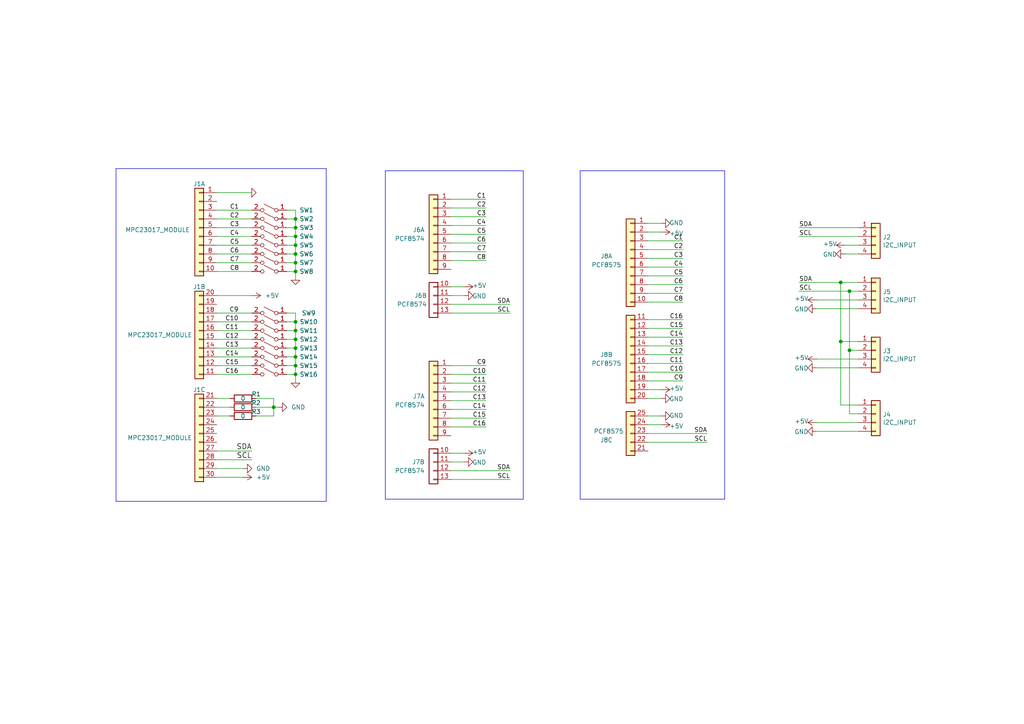
<source format=kicad_sch>
(kicad_sch (version 20230121) (generator eeschema)
  (paper "A4")
  (title_block (title "Board for 16 Switch") (date "2023-09-02") (rev "1.0") (company "OpenAVRc"))
  (lib_symbols
    (symbol "Conn_01x09_1" (pin_names (offset 1.016) hide)
      (property "Reference" "J6" (at 2.54 1.27 0))
      (property "Value" "PCF8574" (at 2.54 -1.27 0))
      (symbol "Conn_01x09_1_1_1"
        (rectangle (start -1.27 -10.033) (end 0 -10.287) (stroke (width 0.1524)))
        (rectangle (start -1.27 -7.493) (end 0 -7.747) (stroke (width 0.1524)))
        (rectangle (start -1.27 -4.953) (end 0 -5.207) (stroke (width 0.1524)))
        (rectangle (start -1.27 -2.413) (end 0 -2.667) (stroke (width 0.1524)))
        (rectangle (start -1.27 0.127) (end 0 -0.127) (stroke (width 0.1524)))
        (rectangle (start -1.27 2.667) (end 0 2.413) (stroke (width 0.1524)))
        (rectangle (start -1.27 5.207) (end 0 4.953) (stroke (width 0.1524)))
        (rectangle (start -1.27 7.747) (end 0 7.493) (stroke (width 0.1524)))
        (rectangle (start -1.27 10.287) (end 0 10.033) (stroke (width 0.1524)))
        (rectangle (start -1.27 11.43) (end 1.27 -11.43) (stroke (width 0.254)) (fill (type background)))
        (pin passive line (at -5.08 10.16 0) (length 3.81) (name "Pin_1") (number "1"))
        (pin passive line (at -5.08 7.62 0) (length 3.81) (name "Pin_2") (number "2"))
        (pin passive line (at -5.08 5.08 0) (length 3.81) (name "Pin_3") (number "3"))
        (pin passive line (at -5.08 2.54 0) (length 3.81) (name "Pin_4") (number "4"))
        (pin passive line (at -5.08 0 0) (length 3.81) (name "Pin_5") (number "5"))
        (pin passive line (at -5.08 -2.54 0) (length 3.81) (name "Pin_6") (number "6"))
        (pin passive line (at -5.08 -5.08 0) (length 3.81) (name "Pin_7") (number "7"))
        (pin passive line (at -5.08 -7.62 0) (length 3.81) (name "Pin_8") (number "8"))
        (pin passive line (at -5.08 -10.16 0) (length 3.81) (name "Pin_9") (number "9"))
      )
      (symbol "Conn_01x09_1_2_1"
        (polyline (pts (xy 0 5.08) (xy 2.54 5.08) (xy 2.54 -5.08) (xy 0 -5.08) (xy 0 5.08)) (stroke (width 0.254)))
        (rectangle (start 1.27 -3.683) (end 0 -3.937) (stroke (width 0.1524)))
        (rectangle (start 1.27 -1.143) (end 0 -1.397) (stroke (width 0.1524)))
        (rectangle (start 1.27 1.397) (end 0 1.143) (stroke (width 0.1524)))
        (rectangle (start 1.27 3.937) (end 0 3.683) (stroke (width 0.1524)))
        (pin passive line (at -3.81 3.81 0) (length 3.81) (name "Pin_4") (number "10"))
        (pin passive line (at -3.81 -3.81 0) (length 3.81) (name "Pin_1") (number "11"))
        (pin passive line (at -3.81 -1.27 0) (length 3.81) (name "Pin_2") (number "12"))
        (pin passive line (at -3.81 1.27 0) (length 3.81) (name "Pin_3") (number "13"))
      )
    )
    (symbol "Conn_01x09_2" (pin_names (offset 1.016) hide)
      (property "Reference" "J7" (at 2.54 1.27 0))
      (property "Value" "PCF8574" (at 2.54 -1.27 0))
      (symbol "Conn_01x09_2_1_1"
        (rectangle (start -1.27 -10.033) (end 0 -10.287) (stroke (width 0.1524)))
        (rectangle (start -1.27 -7.493) (end 0 -7.747) (stroke (width 0.1524)))
        (rectangle (start -1.27 -4.953) (end 0 -5.207) (stroke (width 0.1524)))
        (rectangle (start -1.27 -2.413) (end 0 -2.667) (stroke (width 0.1524)))
        (rectangle (start -1.27 0.127) (end 0 -0.127) (stroke (width 0.1524)))
        (rectangle (start -1.27 2.667) (end 0 2.413) (stroke (width 0.1524)))
        (rectangle (start -1.27 5.207) (end 0 4.953) (stroke (width 0.1524)))
        (rectangle (start -1.27 7.747) (end 0 7.493) (stroke (width 0.1524)))
        (rectangle (start -1.27 10.287) (end 0 10.033) (stroke (width 0.1524)))
        (rectangle (start -1.27 11.43) (end 1.27 -11.43) (stroke (width 0.254)) (fill (type background)))
        (pin passive line (at -5.08 10.16 0) (length 3.81) (name "Pin_1") (number "1"))
        (pin passive line (at -5.08 7.62 0) (length 3.81) (name "Pin_2") (number "2"))
        (pin passive line (at -5.08 5.08 0) (length 3.81) (name "Pin_3") (number "3"))
        (pin passive line (at -5.08 2.54 0) (length 3.81) (name "Pin_4") (number "4"))
        (pin passive line (at -5.08 0 0) (length 3.81) (name "Pin_5") (number "5"))
        (pin passive line (at -5.08 -2.54 0) (length 3.81) (name "Pin_6") (number "6"))
        (pin passive line (at -5.08 -5.08 0) (length 3.81) (name "Pin_7") (number "7"))
        (pin passive line (at -5.08 -7.62 0) (length 3.81) (name "Pin_8") (number "8"))
        (pin passive line (at -5.08 -10.16 0) (length 3.81) (name "Pin_9") (number "9"))
      )
      (symbol "Conn_01x09_2_2_1"
        (polyline (pts (xy 0 5.08) (xy 2.54 5.08) (xy 2.54 -5.08) (xy 0 -5.08) (xy 0 5.08)) (stroke (width 0.254)))
        (rectangle (start 1.27 -3.683) (end 0 -3.937) (stroke (width 0.1524)))
        (rectangle (start 1.27 -1.143) (end 0 -1.397) (stroke (width 0.1524)))
        (rectangle (start 1.27 1.397) (end 0 1.143) (stroke (width 0.1524)))
        (rectangle (start 1.27 3.937) (end 0 3.683) (stroke (width 0.1524)))
        (pin passive line (at -3.81 3.81 0) (length 3.81) (name "Pin_4") (number "10"))
        (pin passive line (at -3.81 1.27 0) (length 3.81) (name "Pin_3") (number "11"))
        (pin passive line (at -3.81 -1.27 0) (length 3.81) (name "Pin_2") (number "12"))
        (pin passive line (at -3.81 -3.81 0) (length 3.81) (name "Pin_1") (number "13"))
      )
    )
    (symbol "Conn_01x09_3" (pin_names (offset 1.016) hide)
      (property "Reference" "J7" (at 2.54 1.27 0))
      (property "Value" "PCF8574" (at 2.54 -1.27 0))
      (symbol "Conn_01x09_3_1_1"
        (rectangle (start -1.27 -10.033) (end 0 -10.287) (stroke (width 0.1524)))
        (rectangle (start -1.27 -7.493) (end 0 -7.747) (stroke (width 0.1524)))
        (rectangle (start -1.27 -4.953) (end 0 -5.207) (stroke (width 0.1524)))
        (rectangle (start -1.27 -2.413) (end 0 -2.667) (stroke (width 0.1524)))
        (rectangle (start -1.27 0.127) (end 0 -0.127) (stroke (width 0.1524)))
        (rectangle (start -1.27 2.667) (end 0 2.413) (stroke (width 0.1524)))
        (rectangle (start -1.27 5.207) (end 0 4.953) (stroke (width 0.1524)))
        (rectangle (start -1.27 7.747) (end 0 7.493) (stroke (width 0.1524)))
        (rectangle (start -1.27 10.287) (end 0 10.033) (stroke (width 0.1524)))
        (rectangle (start -1.27 11.43) (end 1.27 -11.43) (stroke (width 0.254)) (fill (type background)))
        (pin passive line (at -5.08 10.16 0) (length 3.81) (name "Pin_1") (number "1"))
        (pin passive line (at -5.08 7.62 0) (length 3.81) (name "Pin_2") (number "2"))
        (pin passive line (at -5.08 5.08 0) (length 3.81) (name "Pin_3") (number "3"))
        (pin passive line (at -5.08 2.54 0) (length 3.81) (name "Pin_4") (number "4"))
        (pin passive line (at -5.08 0 0) (length 3.81) (name "Pin_5") (number "5"))
        (pin passive line (at -5.08 -2.54 0) (length 3.81) (name "Pin_6") (number "6"))
        (pin passive line (at -5.08 -5.08 0) (length 3.81) (name "Pin_7") (number "7"))
        (pin passive line (at -5.08 -7.62 0) (length 3.81) (name "Pin_8") (number "8"))
        (pin passive line (at -5.08 -10.16 0) (length 3.81) (name "Pin_9") (number "9"))
      )
      (symbol "Conn_01x09_3_2_1"
        (polyline (pts (xy 0 5.08) (xy 2.54 5.08) (xy 2.54 -5.08) (xy 0 -5.08) (xy 0 5.08)) (stroke (width 0.254)))
        (rectangle (start 1.27 -3.683) (end 0 -3.937) (stroke (width 0.1524)))
        (rectangle (start 1.27 -1.143) (end 0 -1.397) (stroke (width 0.1524)))
        (rectangle (start 1.27 1.397) (end 0 1.143) (stroke (width 0.1524)))
        (rectangle (start 1.27 3.937) (end 0 3.683) (stroke (width 0.1524)))
        (pin passive line (at -3.81 3.81 0) (length 3.81) (name "Pin_4") (number "10"))
        (pin passive line (at -3.81 1.27 0) (length 3.81) (name "Pin_3") (number "11"))
        (pin passive line (at -3.81 -1.27 0) (length 3.81) (name "Pin_2") (number "12"))
        (pin passive line (at -3.81 -3.81 0) (length 3.81) (name "Pin_1") (number "13"))
      )
    )
    (symbol "Conn_01x10_2" (pin_names (offset 1.016) hide)
      (property "Reference" "J1" (at 0 12.7 0))
      (property "Value" "MPC23017_MODULE" (at 0 -15.24 0))
      (symbol "Conn_01x10_2_1_1"
        (rectangle (start -1.27 -12.573) (end 0 -12.827) (stroke (width 0.1524)))
        (rectangle (start -1.27 -10.033) (end 0 -10.287) (stroke (width 0.1524)))
        (rectangle (start -1.27 -7.493) (end 0 -7.747) (stroke (width 0.1524)))
        (rectangle (start -1.27 -4.953) (end 0 -5.207) (stroke (width 0.1524)))
        (rectangle (start -1.27 -2.413) (end 0 -2.667) (stroke (width 0.1524)))
        (rectangle (start -1.27 0.127) (end 0 -0.127) (stroke (width 0.1524)))
        (rectangle (start -1.27 2.667) (end 0 2.413) (stroke (width 0.1524)))
        (rectangle (start -1.27 5.207) (end 0 4.953) (stroke (width 0.1524)))
        (rectangle (start -1.27 7.747) (end 0 7.493) (stroke (width 0.1524)))
        (rectangle (start -1.27 10.287) (end 0 10.033) (stroke (width 0.1524)))
        (rectangle (start -1.27 11.43) (end 1.27 -13.97) (stroke (width 0.254)) (fill (type background)))
        (pin passive line (at -5.08 10.16 0) (length 3.81) (name "Pin_1") (number "1"))
        (pin passive line (at -5.08 -12.7 0) (length 3.81) (name "Pin_10") (number "10"))
        (pin passive line (at -5.08 7.62 0) (length 3.81) (name "Pin_2") (number "2"))
        (pin passive line (at -5.08 5.08 0) (length 3.81) (name "Pin_3") (number "3"))
        (pin passive line (at -5.08 2.54 0) (length 3.81) (name "Pin_4") (number "4"))
        (pin passive line (at -5.08 0 0) (length 3.81) (name "Pin_5") (number "5"))
        (pin passive line (at -5.08 -2.54 0) (length 3.81) (name "Pin_6") (number "6"))
        (pin passive line (at -5.08 -5.08 0) (length 3.81) (name "Pin_7") (number "7"))
        (pin passive line (at -5.08 -7.62 0) (length 3.81) (name "Pin_8") (number "8"))
        (pin passive line (at -5.08 -10.16 0) (length 3.81) (name "Pin_9") (number "9"))
      )
      (symbol "Conn_01x10_2_2_1"
        (rectangle (start -1.27 -12.573) (end 0 -12.827) (stroke (width 0.1524)))
        (rectangle (start -1.27 -10.033) (end 0 -10.287) (stroke (width 0.1524)))
        (rectangle (start -1.27 -7.493) (end 0 -7.747) (stroke (width 0.1524)))
        (rectangle (start -1.27 -4.953) (end 0 -5.207) (stroke (width 0.1524)))
        (rectangle (start -1.27 -2.413) (end 0 -2.667) (stroke (width 0.1524)))
        (rectangle (start -1.27 0.127) (end 0 -0.127) (stroke (width 0.1524)))
        (rectangle (start -1.27 2.667) (end 0 2.413) (stroke (width 0.1524)))
        (rectangle (start -1.27 5.207) (end 0 4.953) (stroke (width 0.1524)))
        (rectangle (start -1.27 7.747) (end 0 7.493) (stroke (width 0.1524)))
        (rectangle (start -1.27 10.287) (end 0 10.033) (stroke (width 0.1524)))
        (rectangle (start -1.27 11.43) (end 1.27 -13.97) (stroke (width 0.254)) (fill (type background)))
        (pin passive line (at -5.08 -12.7 0) (length 3.81) (name "Pin_11") (number "11"))
        (pin passive line (at -5.08 -10.16 0) (length 3.81) (name "Pin_12") (number "12"))
        (pin passive line (at -5.08 -7.62 0) (length 3.81) (name "Pin_13") (number "13"))
        (pin passive line (at -5.08 -5.08 0) (length 3.81) (name "Pin_14") (number "14"))
        (pin passive line (at -5.08 -2.54 0) (length 3.81) (name "Pin_15") (number "15"))
        (pin passive line (at -5.08 0 0) (length 3.81) (name "Pin_16") (number "16"))
        (pin passive line (at -5.08 2.54 0) (length 3.81) (name "Pin_17") (number "17"))
        (pin passive line (at -5.08 5.08 0) (length 3.81) (name "Pin_18") (number "18"))
        (pin passive line (at -5.08 7.62 0) (length 3.81) (name "Pin_19") (number "19"))
        (pin passive line (at -5.08 10.16 0) (length 3.81) (name "Pin_20") (number "20"))
      )
      (symbol "Conn_01x10_2_3_1"
        (rectangle (start -1.27 -12.573) (end 0 -12.827) (stroke (width 0.1524)))
        (rectangle (start -1.27 -10.033) (end 0 -10.287) (stroke (width 0.1524)))
        (rectangle (start -1.27 -7.493) (end 0 -7.747) (stroke (width 0.1524)))
        (rectangle (start -1.27 -4.953) (end 0 -5.207) (stroke (width 0.1524)))
        (rectangle (start -1.27 -2.413) (end 0 -2.667) (stroke (width 0.1524)))
        (rectangle (start -1.27 0.127) (end 0 -0.127) (stroke (width 0.1524)))
        (rectangle (start -1.27 2.667) (end 0 2.413) (stroke (width 0.1524)))
        (rectangle (start -1.27 5.207) (end 0 4.953) (stroke (width 0.1524)))
        (rectangle (start -1.27 7.747) (end 0 7.493) (stroke (width 0.1524)))
        (rectangle (start -1.27 10.287) (end 0 10.033) (stroke (width 0.1524)))
        (rectangle (start -1.27 11.43) (end 1.27 -13.97) (stroke (width 0.254)) (fill (type background)))
        (pin passive line (at -5.08 10.16 0) (length 3.81) (name "Pin_21") (number "21"))
        (pin passive line (at -5.08 7.62 0) (length 3.81) (name "Pin_22") (number "22"))
        (pin passive line (at -5.08 5.08 0) (length 3.81) (name "Pin_23") (number "23"))
        (pin passive line (at -5.08 2.54 0) (length 3.81) (name "Pin_24") (number "24"))
        (pin passive line (at -5.08 0 0) (length 3.81) (name "Pin_25") (number "25"))
        (pin passive line (at -5.08 -2.54 0) (length 3.81) (name "Pin_26") (number "26"))
        (pin passive line (at -5.08 -5.08 0) (length 3.81) (name "Pin_27") (number "27"))
        (pin passive line (at -5.08 -7.62 0) (length 3.81) (name "Pin_28") (number "28"))
        (pin passive line (at -5.08 -10.16 0) (length 3.81) (name "Pin_29") (number "29"))
        (pin passive line (at -5.08 -12.7 0) (length 3.81) (name "Pin_30") (number "30"))
      )
    )
    (symbol "Connector_Generic:Conn_01x04" (pin_names (offset 1.016) hide)
      (property "Reference" "J" (at 0 5.08 0))
      (property "Value" "Conn_01x04" (at 0 -7.62 0))
      (symbol "Conn_01x04_1_1"
        (rectangle (start -1.27 -4.953) (end 0 -5.207) (stroke (width 0.1524)))
        (rectangle (start -1.27 -2.413) (end 0 -2.667) (stroke (width 0.1524)))
        (rectangle (start -1.27 0.127) (end 0 -0.127) (stroke (width 0.1524)))
        (rectangle (start -1.27 2.667) (end 0 2.413) (stroke (width 0.1524)))
        (rectangle (start -1.27 3.81) (end 1.27 -6.35) (stroke (width 0.254)) (fill (type background)))
        (pin passive line (at -5.08 2.54 0) (length 3.81) (name "Pin_1") (number "1"))
        (pin passive line (at -5.08 0 0) (length 3.81) (name "Pin_2") (number "2"))
        (pin passive line (at -5.08 -2.54 0) (length 3.81) (name "Pin_3") (number "3"))
        (pin passive line (at -5.08 -5.08 0) (length 3.81) (name "Pin_4") (number "4"))
      )
    )
    (symbol "Device:R" (pin_numbers hide) (pin_names (offset 0))
      (property "Reference" "R" (at 2.032 0 90))
      (property "Value" "R" (at 0 0 90))
      (symbol "R_0_1"
        (rectangle (start -1.016 -2.54) (end 1.016 2.54) (stroke (width 0.254)))
      )
      (symbol "R_1_1"
        (pin passive line (at 0 3.81 270) (length 1.27) (name "~") (number "1"))
        (pin passive line (at 0 -3.81 90) (length 1.27) (name "~") (number "2"))
      )
    )
    (symbol "MultiSwitch_Mcp23017-rescue:GND" (power) (pin_names (offset 0))
      (symbol "GND_0_1"
        (polyline (pts (xy -1.27 0) (xy 0 -1.27) (xy 1.27 0) (xy -1.27 0)))
      )
      (symbol "GND_1_1"
        (pin power_in line (at 0 0 90) (length 0) hide (name "GND") (number "1"))
      )
    )
    (symbol "Mybli_16Switch:pcf8575" (pin_names (offset 1.016) hide)
      (property "Reference" "J1" (at 0 12.7 0))
      (property "Value" "MPC23017_MODULE" (at 11.43 5.08 0))
      (symbol "pcf8575_1_1"
        (rectangle (start -1.27 -12.573) (end 0 -12.827) (stroke (width 0.1524)))
        (rectangle (start -1.27 -10.033) (end 0 -10.287) (stroke (width 0.1524)))
        (rectangle (start -1.27 -7.493) (end 0 -7.747) (stroke (width 0.1524)))
        (rectangle (start -1.27 -4.953) (end 0 -5.207) (stroke (width 0.1524)))
        (rectangle (start -1.27 -2.413) (end 0 -2.667) (stroke (width 0.1524)))
        (rectangle (start -1.27 0.127) (end 0 -0.127) (stroke (width 0.1524)))
        (rectangle (start -1.27 2.667) (end 0 2.413) (stroke (width 0.1524)))
        (rectangle (start -1.27 5.207) (end 0 4.953) (stroke (width 0.1524)))
        (rectangle (start -1.27 7.747) (end 0 7.493) (stroke (width 0.1524)))
        (rectangle (start -1.27 10.287) (end 0 10.033) (stroke (width 0.1524)))
        (rectangle (start -1.27 11.43) (end 1.27 -13.97) (stroke (width 0.254)) (fill (type background)))
        (pin passive line (at -5.08 10.16 0) (length 3.81) (name "Pin_1") (number "1"))
        (pin passive line (at -5.08 -12.7 0) (length 3.81) (name "Pin_10") (number "10"))
        (pin passive line (at -5.08 7.62 0) (length 3.81) (name "Pin_2") (number "2"))
        (pin passive line (at -5.08 5.08 0) (length 3.81) (name "Pin_3") (number "3"))
        (pin passive line (at -5.08 2.54 0) (length 3.81) (name "Pin_4") (number "4"))
        (pin passive line (at -5.08 0 0) (length 3.81) (name "Pin_5") (number "5"))
        (pin passive line (at -5.08 -2.54 0) (length 3.81) (name "Pin_6") (number "6"))
        (pin passive line (at -5.08 -5.08 0) (length 3.81) (name "Pin_7") (number "7"))
        (pin passive line (at -5.08 -7.62 0) (length 3.81) (name "Pin_8") (number "8"))
        (pin passive line (at -5.08 -10.16 0) (length 3.81) (name "Pin_9") (number "9"))
      )
      (symbol "pcf8575_2_1"
        (rectangle (start -1.27 -12.573) (end 0 -12.827) (stroke (width 0.1524)))
        (rectangle (start -1.27 -10.033) (end 0 -10.287) (stroke (width 0.1524)))
        (rectangle (start -1.27 -7.493) (end 0 -7.747) (stroke (width 0.1524)))
        (rectangle (start -1.27 -4.953) (end 0 -5.207) (stroke (width 0.1524)))
        (rectangle (start -1.27 -2.413) (end 0 -2.667) (stroke (width 0.1524)))
        (rectangle (start -1.27 0.127) (end 0 -0.127) (stroke (width 0.1524)))
        (rectangle (start -1.27 2.667) (end 0 2.413) (stroke (width 0.1524)))
        (rectangle (start -1.27 5.207) (end 0 4.953) (stroke (width 0.1524)))
        (rectangle (start -1.27 7.747) (end 0 7.493) (stroke (width 0.1524)))
        (rectangle (start -1.27 10.287) (end 0 10.033) (stroke (width 0.1524)))
        (rectangle (start -1.27 11.43) (end 1.27 -13.97) (stroke (width 0.254)) (fill (type background)))
        (pin passive line (at -5.08 -12.7 0) (length 3.81) (name "Pin_11") (number "11"))
        (pin passive line (at -5.08 -10.16 0) (length 3.81) (name "Pin_12") (number "12"))
        (pin passive line (at -5.08 -7.62 0) (length 3.81) (name "Pin_13") (number "13"))
        (pin passive line (at -5.08 -5.08 0) (length 3.81) (name "Pin_14") (number "14"))
        (pin passive line (at -5.08 -2.54 0) (length 3.81) (name "Pin_15") (number "15"))
        (pin passive line (at -5.08 0 0) (length 3.81) (name "Pin_16") (number "16"))
        (pin passive line (at -5.08 2.54 0) (length 3.81) (name "Pin_17") (number "17"))
        (pin passive line (at -5.08 5.08 0) (length 3.81) (name "Pin_18") (number "18"))
        (pin passive line (at -5.08 7.62 0) (length 3.81) (name "Pin_19") (number "19"))
        (pin passive line (at -5.08 10.16 0) (length 3.81) (name "Pin_20") (number "20"))
      )
      (symbol "pcf8575_3_1"
        (rectangle (start -1.27 0.127) (end 0 -0.127) (stroke (width 0.1524)))
        (rectangle (start -1.27 2.667) (end 0 2.413) (stroke (width 0.1524)))
        (rectangle (start -1.27 5.207) (end 0 4.953) (stroke (width 0.1524)))
        (rectangle (start -1.27 7.747) (end 0 7.493) (stroke (width 0.1524)))
        (rectangle (start -1.27 10.287) (end 0 10.033) (stroke (width 0.1524)))
        (rectangle (start -1.27 11.43) (end 1.27 -1.27) (stroke (width 0.254)) (fill (type background)))
        (pin passive line (at -5.08 10.16 0) (length 3.81) (name "Pin_21") (number "21"))
        (pin passive line (at -5.08 7.62 0) (length 3.81) (name "Pin_22") (number "22"))
        (pin passive line (at -5.08 5.08 0) (length 3.81) (name "Pin_23") (number "23"))
        (pin passive line (at -5.08 2.54 0) (length 3.81) (name "Pin_24") (number "24"))
        (pin passive line (at -5.08 0 0) (length 3.81) (name "Pin_25") (number "25"))
      )
    )
    (symbol "Switch:SW_SPST" (pin_names (offset 0) hide)
      (property "Reference" "SW" (at 0 3.175 0))
      (property "Value" "SW_SPST" (at 0 -2.54 0))
      (symbol "SW_SPST_0_0"
        (circle (center -2.032 0) (radius 0.508))
        (polyline (pts (xy -1.524 0.254) (xy 1.524 1.778)))
        (circle (center 2.032 0) (radius 0.508))
      )
      (symbol "SW_SPST_1_1"
        (pin passive line (at -5.08 0 0) (length 2.54) (name "A") (number "1"))
        (pin passive line (at 5.08 0 180) (length 2.54) (name "B") (number "2"))
      )
    )
    (symbol "power:+5V" (power) (pin_names (offset 0))
      (property "Value" "+5V" (at 0 3.556 0))
      (symbol "+5V_0_1"
        (polyline (pts (xy -0.762 1.27) (xy 0 2.54)))
        (polyline (pts (xy 0 0) (xy 0 2.54)))
        (polyline (pts (xy 0 2.54) (xy 0.762 1.27)))
      )
      (symbol "+5V_1_1"
        (pin power_in line (at 0 0 90) (length 0) hide (name "+5V") (number "1"))
      )
    )
    (symbol "power:GND" (power) (pin_names (offset 0))
      (property "Value" "GND" (at 0 -3.81 0))
      (symbol "GND_0_1"
        (polyline (pts (xy 0 0) (xy 0 -1.27) (xy 1.27 -1.27) (xy 0 -2.54) (xy -1.27 -1.27) (xy 0 -1.27)))
      )
      (symbol "GND_1_1"
        (pin power_in line (at 0 0 270) (length 0) hide (name "GND") (number "1"))
      )
    )
  )
  (junction (at 246.38 101.6))
  (junction (at 85.725 93.345))
  (junction (at 85.725 98.425))
  (junction (at 79.375 118.11))
  (junction (at 85.725 103.505))
  (junction (at 85.725 68.58))
  (junction (at 85.725 78.74))
  (junction (at 243.84 99.06))
  (junction (at 85.725 100.965))
  (junction (at 85.725 106.045))
  (junction (at 85.725 63.5))
  (junction (at 85.725 71.12))
  (junction (at 85.725 73.66))
  (junction (at 85.725 108.585))
  (junction (at 85.725 95.885))
  (junction (at 85.725 76.2))
  (junction (at 243.84 81.915))
  (junction (at 246.38 84.455))
  (junction (at 85.725 66.04))
  (wire (pts (xy 246.38 84.455) (xy 246.38 101.6)))
  (polyline (pts (xy 151.765 144.78) (xy 151.765 49.53)))
  (wire (pts (xy 243.84 99.06) (xy 243.84 81.915)))
  (wire (pts (xy 147.955 90.805) (xy 130.81 90.805)))
  (wire (pts (xy 83.185 71.12) (xy 85.725 71.12)))
  (wire (pts (xy 248.92 71.12) (xy 245.11 71.12)))
  (polyline (pts (xy 111.76 144.78) (xy 151.765 144.78)))
  (wire (pts (xy 62.865 120.65) (xy 66.675 120.65)))
  (wire (pts (xy 191.77 64.77) (xy 187.96 64.77)))
  (polyline (pts (xy 168.275 49.53) (xy 168.275 144.78)))
  (wire (pts (xy 85.725 95.885) (xy 85.725 98.425)))
  (wire (pts (xy 248.92 122.555) (xy 236.855 122.555)))
  (wire (pts (xy 85.725 66.04) (xy 85.725 68.58)))
  (wire (pts (xy 79.375 115.57) (xy 74.295 115.57)))
  (wire (pts (xy 187.96 113.03) (xy 191.77 113.03)))
  (wire (pts (xy 187.96 85.09) (xy 198.12 85.09)))
  (wire (pts (xy 187.96 72.39) (xy 198.12 72.39)))
  (wire (pts (xy 187.96 69.85) (xy 198.12 69.85)))
  (wire (pts (xy 130.81 131.445) (xy 134.62 131.445)))
  (wire (pts (xy 246.38 120.015) (xy 248.92 120.015)))
  (wire (pts (xy 130.81 113.665) (xy 140.97 113.665)))
  (wire (pts (xy 130.81 75.565) (xy 140.97 75.565)))
  (wire (pts (xy 248.92 84.455) (xy 246.38 84.455)))
  (wire (pts (xy 62.865 115.57) (xy 66.675 115.57)))
  (wire (pts (xy 74.295 120.65) (xy 79.375 120.65)))
  (wire (pts (xy 248.92 117.475) (xy 243.84 117.475)))
  (wire (pts (xy 130.81 73.025) (xy 140.97 73.025)))
  (wire (pts (xy 187.96 105.41) (xy 198.12 105.41)))
  (wire (pts (xy 85.725 93.345) (xy 85.725 95.885)))
  (polyline (pts (xy 33.655 48.895) (xy 94.615 48.895)))
  (wire (pts (xy 62.865 90.805) (xy 73.025 90.805)))
  (wire (pts (xy 134.62 133.985) (xy 130.81 133.985)))
  (wire (pts (xy 85.725 100.965) (xy 85.725 103.505)))
  (wire (pts (xy 246.38 101.6) (xy 248.92 101.6)))
  (wire (pts (xy 79.375 118.11) (xy 80.645 118.11)))
  (wire (pts (xy 85.725 98.425) (xy 85.725 100.965)))
  (wire (pts (xy 130.81 123.825) (xy 140.97 123.825)))
  (wire (pts (xy 62.865 55.88) (xy 73.025 55.88)))
  (polyline (pts (xy 33.655 145.415) (xy 94.615 145.415)))
  (wire (pts (xy 130.81 62.865) (xy 140.97 62.865)))
  (wire (pts (xy 205.105 128.27) (xy 187.96 128.27)))
  (wire (pts (xy 83.185 95.885) (xy 85.725 95.885)))
  (wire (pts (xy 62.865 135.89) (xy 70.485 135.89)))
  (wire (pts (xy 246.38 101.6) (xy 246.38 120.015)))
  (wire (pts (xy 62.865 100.965) (xy 73.025 100.965)))
  (wire (pts (xy 85.725 63.5) (xy 85.725 66.04)))
  (wire (pts (xy 85.725 78.74) (xy 85.725 81.28)))
  (wire (pts (xy 187.96 87.63) (xy 198.12 87.63)))
  (wire (pts (xy 130.81 57.785) (xy 140.97 57.785)))
  (wire (pts (xy 236.855 106.68) (xy 248.92 106.68)))
  (wire (pts (xy 231.775 81.915) (xy 243.84 81.915)))
  (polyline (pts (xy 111.76 49.53) (xy 151.765 49.53)))
  (wire (pts (xy 243.84 99.06) (xy 248.92 99.06)))
  (wire (pts (xy 79.375 120.65) (xy 79.375 118.11)))
  (wire (pts (xy 187.96 77.47) (xy 198.12 77.47)))
  (wire (pts (xy 147.955 139.065) (xy 130.81 139.065)))
  (polyline (pts (xy 168.275 144.78) (xy 210.185 144.78)))
  (wire (pts (xy 130.81 67.945) (xy 140.97 67.945)))
  (wire (pts (xy 74.295 118.11) (xy 79.375 118.11)))
  (wire (pts (xy 62.865 108.585) (xy 73.025 108.585)))
  (wire (pts (xy 62.865 66.04) (xy 73.025 66.04)))
  (wire (pts (xy 130.81 106.045) (xy 140.97 106.045)))
  (wire (pts (xy 62.865 85.725) (xy 73.025 85.725)))
  (wire (pts (xy 83.185 76.2) (xy 85.725 76.2)))
  (polyline (pts (xy 168.275 49.53) (xy 210.185 49.53)))
  (wire (pts (xy 62.865 95.885) (xy 73.025 95.885)))
  (wire (pts (xy 130.81 118.745) (xy 140.97 118.745)))
  (wire (pts (xy 134.62 85.725) (xy 130.81 85.725)))
  (wire (pts (xy 245.11 73.66) (xy 248.92 73.66)))
  (wire (pts (xy 231.775 66.04) (xy 248.92 66.04)))
  (wire (pts (xy 85.725 108.585) (xy 85.725 111.125)))
  (wire (pts (xy 130.81 83.185) (xy 134.62 83.185)))
  (wire (pts (xy 85.725 71.12) (xy 85.725 73.66)))
  (wire (pts (xy 130.81 116.205) (xy 140.97 116.205)))
  (wire (pts (xy 62.865 60.96) (xy 73.025 60.96)))
  (polyline (pts (xy 210.185 144.78) (xy 210.185 49.53)))
  (wire (pts (xy 130.81 65.405) (xy 140.97 65.405)))
  (wire (pts (xy 147.955 88.265) (xy 130.81 88.265)))
  (wire (pts (xy 83.185 63.5) (xy 85.725 63.5)))
  (wire (pts (xy 62.865 68.58) (xy 73.025 68.58)))
  (wire (pts (xy 85.725 90.805) (xy 85.725 93.345)))
  (wire (pts (xy 83.185 66.04) (xy 85.725 66.04)))
  (wire (pts (xy 62.865 78.74) (xy 73.025 78.74)))
  (wire (pts (xy 85.725 76.2) (xy 85.725 78.74)))
  (wire (pts (xy 85.725 103.505) (xy 85.725 106.045)))
  (wire (pts (xy 187.96 80.01) (xy 198.12 80.01)))
  (wire (pts (xy 62.865 106.045) (xy 73.025 106.045)))
  (wire (pts (xy 205.105 125.73) (xy 187.96 125.73)))
  (wire (pts (xy 187.96 97.79) (xy 198.12 97.79)))
  (wire (pts (xy 191.77 115.57) (xy 187.96 115.57)))
  (wire (pts (xy 85.725 73.66) (xy 85.725 76.2)))
  (wire (pts (xy 231.775 84.455) (xy 246.38 84.455)))
  (wire (pts (xy 187.96 82.55) (xy 198.12 82.55)))
  (wire (pts (xy 243.84 81.915) (xy 248.92 81.915)))
  (wire (pts (xy 79.375 118.11) (xy 79.375 115.57)))
  (wire (pts (xy 62.865 93.345) (xy 73.025 93.345)))
  (wire (pts (xy 191.77 120.65) (xy 187.96 120.65)))
  (wire (pts (xy 130.81 121.285) (xy 140.97 121.285)))
  (wire (pts (xy 236.855 125.095) (xy 248.92 125.095)))
  (wire (pts (xy 62.865 73.66) (xy 73.025 73.66)))
  (wire (pts (xy 83.185 100.965) (xy 85.725 100.965)))
  (wire (pts (xy 85.725 60.96) (xy 85.725 63.5)))
  (wire (pts (xy 130.81 111.125) (xy 140.97 111.125)))
  (wire (pts (xy 83.185 106.045) (xy 85.725 106.045)))
  (wire (pts (xy 83.185 98.425) (xy 85.725 98.425)))
  (wire (pts (xy 187.96 95.25) (xy 198.12 95.25)))
  (wire (pts (xy 187.96 100.33) (xy 198.12 100.33)))
  (wire (pts (xy 130.81 60.325) (xy 140.97 60.325)))
  (wire (pts (xy 130.81 70.485) (xy 140.97 70.485)))
  (wire (pts (xy 62.865 103.505) (xy 73.025 103.505)))
  (wire (pts (xy 83.185 73.66) (xy 85.725 73.66)))
  (wire (pts (xy 83.185 60.96) (xy 85.725 60.96)))
  (wire (pts (xy 62.865 71.12) (xy 73.025 71.12)))
  (wire (pts (xy 231.775 68.58) (xy 248.92 68.58)))
  (wire (pts (xy 83.185 108.585) (xy 85.725 108.585)))
  (wire (pts (xy 248.92 86.995) (xy 236.855 86.995)))
  (wire (pts (xy 248.92 104.14) (xy 236.855 104.14)))
  (wire (pts (xy 62.865 130.81) (xy 73.025 130.81)))
  (wire (pts (xy 83.185 78.74) (xy 85.725 78.74)))
  (wire (pts (xy 243.84 117.475) (xy 243.84 99.06)))
  (wire (pts (xy 85.725 106.045) (xy 85.725 108.585)))
  (wire (pts (xy 62.865 76.2) (xy 73.025 76.2)))
  (wire (pts (xy 83.185 103.505) (xy 85.725 103.505)))
  (wire (pts (xy 187.96 123.19) (xy 191.77 123.19)))
  (wire (pts (xy 85.725 68.58) (xy 85.725 71.12)))
  (wire (pts (xy 187.96 92.71) (xy 198.12 92.71)))
  (wire (pts (xy 147.955 136.525) (xy 130.81 136.525)))
  (wire (pts (xy 187.96 74.93) (xy 198.12 74.93)))
  (polyline (pts (xy 111.76 49.53) (xy 111.76 144.78)))
  (wire (pts (xy 62.865 133.35) (xy 73.025 133.35)))
  (wire (pts (xy 83.185 68.58) (xy 85.725 68.58)))
  (wire (pts (xy 187.96 107.95) (xy 198.12 107.95)))
  (wire (pts (xy 187.96 102.87) (xy 198.12 102.87)))
  (wire (pts (xy 130.81 108.585) (xy 140.97 108.585)))
  (wire (pts (xy 236.855 89.535) (xy 248.92 89.535)))
  (wire (pts (xy 62.865 98.425) (xy 73.025 98.425)))
  (polyline (pts (xy 33.655 48.895) (xy 33.655 145.415)))
  (wire (pts (xy 83.185 93.345) (xy 85.725 93.345)))
  (wire (pts (xy 62.865 118.11) (xy 66.675 118.11)))
  (wire (pts (xy 62.865 138.43) (xy 70.485 138.43)))
  (wire (pts (xy 187.96 110.49) (xy 198.12 110.49)))
  (wire (pts (xy 187.96 67.31) (xy 191.77 67.31)))
  (wire (pts (xy 83.185 90.805) (xy 85.725 90.805)))
  (polyline (pts (xy 94.615 145.415) (xy 94.615 48.895)))
  (wire (pts (xy 62.865 63.5) (xy 73.025 63.5)))
  (label "C2" (at 140.97 60.325 180))
  (label "C3" (at 198.12 74.93 180))
  (label "C1" (at 140.97 57.785 180))
  (label "C3" (at 66.675 66.04 0))
  (label "C6" (at 140.97 70.485 180))
  (label "C3" (at 140.97 62.865 180))
  (label "SCL" (at 147.955 139.065 180))
  (label "SDA" (at 147.955 88.265 180))
  (label "C12" (at 198.12 102.87 180))
  (label "SCL" (at 205.105 128.27 180))
  (label "C1" (at 198.12 69.85 180))
  (label "C9" (at 140.97 106.045 180))
  (label "SDA" (at 73.025 130.81 180) (effects (font (size 1.524 1.524))))
  (label "C11" (at 140.97 111.125 180))
  (label "C12" (at 69.215 98.425 180))
  (label "C5" (at 198.12 80.01 180))
  (label "SDA" (at 147.955 136.525 180))
  (label "C2" (at 66.675 63.5 0))
  (label "C15" (at 69.215 106.045 180))
  (label "C13" (at 140.97 116.205 180))
  (label "SDA" (at 205.105 125.73 180))
  (label "C6" (at 198.12 82.55 180))
  (label "C10" (at 198.12 107.95 180))
  (label "C13" (at 198.12 100.33 180))
  (label "C14" (at 69.215 103.505 180))
  (label "C8" (at 140.97 75.565 180))
  (label "SCL" (at 147.955 90.805 180))
  (label "C16" (at 69.215 108.585 180))
  (label "C14" (at 198.12 97.79 180))
  (label "C13" (at 69.215 100.965 180))
  (label "C16" (at 198.12 92.71 180))
  (label "SDA" (at 231.775 66.04 0))
  (label "C7" (at 198.12 85.09 180))
  (label "C9" (at 198.12 110.49 180))
  (label "C11" (at 69.215 95.885 180))
  (label "C11" (at 198.12 105.41 180))
  (label "C15" (at 140.97 121.285 180))
  (label "C7" (at 140.97 73.025 180))
  (label "C1" (at 66.675 60.96 0))
  (label "C14" (at 140.97 118.745 180))
  (label "SCL" (at 73.025 133.35 180) (effects (font (size 1.524 1.524))))
  (label "C10" (at 69.215 93.345 180))
  (label "SCL" (at 231.775 84.455 0))
  (label "SCL" (at 231.775 68.58 0))
  (label "C8" (at 198.12 87.63 180))
  (label "C9" (at 69.215 90.805 180))
  (label "C8" (at 66.675 78.74 0))
  (label "C2" (at 198.12 72.39 180))
  (label "C10" (at 140.97 108.585 180))
  (label "C6" (at 66.675 73.66 0))
  (label "SDA" (at 231.775 81.915 0))
  (label "C7" (at 66.675 76.2 0))
  (label "C4" (at 66.675 68.58 0))
  (label "C4" (at 198.12 77.47 180))
  (label "C16" (at 140.97 123.825 180))
  (label "C4" (at 140.97 65.405 180))
  (label "C12" (at 140.97 113.665 180))
  (label "C15" (at 198.12 95.25 180))
  (label "C5" (at 66.675 71.12 0))
  (label "C5" (at 140.97 67.945 180))
  (symbol (lib_id "Connector_Generic:Conn_01x04") (at 254 68.58 0) (unit 1)
    (property "Reference" "J2" (at 256.032 68.7832 0) (effects (justify left)))
    (property "Value" "I2C_INPUT" (at 256.032 71.0946 0) (effects (justify left)))
    (property "Footprint" "Connector_PinHeader_2.54mm:PinHeader_1x04_P2.54mm_Horizontal" (effects hide))
  )
  (symbol (lib_id "power:+5V") (at 245.11 71.12 90) (unit 1)
    (property "Reference" "#PWR0110" (effects hide))
    (property "Value" "+5V" (at 240.7158 70.739 90))
  )
  (symbol (lib_id "power:GND") (at 245.11 73.66 270) (unit 1)
    (property "Reference" "#PWR0113" (effects hide))
    (property "Value" "GND" (at 240.7158 73.787 90))
  )
  (symbol (lib_id "Switch:SW_SPST") (at 78.105 106.045 0) (mirror y) (unit 1)
    (property "Reference" "SW15" (at 89.535 106.045 0))
    (property "Value" "SW_SPST" (effects hide))
    (property "Footprint" "MyPackages_16Switch:Interrupteur_SPDT_2Pins" (effects hide))
  )
  (symbol (lib_name "Conn_01x10_2") (lib_id "Connector_Generic:Conn_01x10") (at 57.785 95.885 0) (mirror y) (unit 2)
    (property "Reference" "J1" (at 57.785 83.185 0))
    (property "Value" "MPC23017_MODULE" (at 46.355 97.155 0))
    (property "Footprint" "MyPackages_16Switch:MCP23017_MODULE" (effects hide))
  )
  (symbol (lib_id "MultiSwitch_Mcp23017-rescue:GND") (at 85.725 81.28 0) (unit 1)
    (property "Reference" "#PWR08" (effects hide))
    (property "Value" "GND" (effects hide))
  )
  (symbol (lib_id "power:+5V") (at 73.025 85.725 270) (mirror x) (unit 1)
    (property "Reference" "#PWR06" (effects hide))
    (property "Value" "+5V" (at 76.835 85.7249 90) (effects (justify left)))
  )
  (symbol (lib_id "Connector_Generic:Conn_01x04") (at 254 120.015 0) (unit 1)
    (property "Reference" "J4" (at 256.032 120.2182 0) (effects (justify left)))
    (property "Value" "I2C_INPUT" (at 256.032 122.5296 0) (effects (justify left)))
    (property "Footprint" "Connector_PinHeader_2.54mm:PinHeader_1x04_P2.54mm_Horizontal" (effects hide))
  )
  (symbol (lib_id "power:GND") (at 70.485 135.89 90) (unit 1)
    (property "Reference" "#PWR03" (effects hide))
    (property "Value" "GND" (at 74.295 135.8899 90) (effects (justify right)))
  )
  (symbol (lib_id "power:GND") (at 236.855 89.535 270) (unit 1)
    (property "Reference" "#PWR0109" (effects hide))
    (property "Value" "GND" (at 232.4608 89.662 90))
  )
  (symbol (lib_id "Switch:SW_SPST") (at 78.105 66.04 0) (mirror y) (unit 1)
    (property "Reference" "SW3" (at 88.9 66.04 0))
    (property "Value" "SW_SPST" (effects hide))
    (property "Footprint" "MyPackages_16Switch:Interrupteur_SPDT_2Pins" (effects hide))
  )
  (symbol (lib_id "Switch:SW_SPST") (at 78.105 98.425 0) (mirror y) (unit 1)
    (property "Reference" "SW12" (at 89.535 98.425 0))
    (property "Value" "SW_SPST" (effects hide))
    (property "Footprint" "MyPackages_16Switch:Interrupteur_SPDT_2Pins" (effects hide))
  )
  (symbol (lib_id "Switch:SW_SPST") (at 78.105 90.805 0) (mirror y) (unit 1)
    (property "Reference" "SW9" (at 89.535 90.805 0))
    (property "Value" "SW_SPST" (effects hide))
    (property "Footprint" "MyPackages_16Switch:Interrupteur_SPDT_2Pins" (effects hide))
  )
  (symbol (lib_id "Device:R") (at 70.485 115.57 90) (unit 1)
    (property "Reference" "R1" (at 74.295 114.3 90))
    (property "Value" "0" (at 70.485 115.57 90))
    (property "Footprint" "Resistor_SMD:R_0805_2012Metric_Pad1.20x1.40mm_HandSolder" (effects hide))
  )
  (symbol (lib_id "power:+5V") (at 134.62 83.185 270) (mirror x) (unit 1)
    (property "Reference" "#PWR01" (effects hide))
    (property "Value" "+5V" (at 139.0142 82.804 90))
  )
  (symbol (lib_name "Conn_01x09_2") (lib_id "Connector_Generic:Conn_01x09") (at 125.73 116.205 0) (mirror y) (unit 1)
    (property "Reference" "J7" (at 123.19 114.935 0) (effects (justify left)))
    (property "Value" "PCF8574" (at 123.19 117.475 0) (effects (justify left)))
    (property "Footprint" "MyPackages_16Switch:PCF8574_BreakOut" (effects hide))
  )
  (symbol (lib_name "Conn_01x09_3") (lib_id "Connector_Generic:Conn_01x09") (at 127 135.255 0) (mirror y) (unit 2)
    (property "Reference" "J7" (at 123.19 133.985 0) (effects (justify left)))
    (property "Value" "PCF8574" (at 123.19 136.525 0) (effects (justify left)))
    (property "Footprint" "MyPackages_16Switch:PCF8574_BreakOut" (effects hide))
  )
  (symbol (lib_id "Switch:SW_SPST") (at 78.105 93.345 0) (mirror y) (unit 1)
    (property "Reference" "SW10" (at 89.535 93.345 0))
    (property "Value" "SW_SPST" (effects hide))
    (property "Footprint" "MyPackages_16Switch:Interrupteur_SPDT_2Pins" (effects hide))
  )
  (symbol (lib_id "power:GND") (at 236.855 106.68 270) (unit 1)
    (property "Reference" "#PWR0118" (effects hide))
    (property "Value" "GND" (at 232.4608 106.807 90))
  )
  (symbol (lib_id "Mybli_16Switch:pcf8575") (at 182.88 120.65 180) (unit 3)
    (property "Reference" "J8" (at 175.895 127.635 0))
    (property "Value" "PCF8575" (at 176.53 125.095 0))
    (property "Footprint" "MyPackages_16Switch:PCF8575_Breakout_Dbl" (effects hide))
  )
  (symbol (lib_name "Conn_01x10_2") (lib_id "Connector_Generic:Conn_01x10") (at 57.785 125.73 0) (mirror y) (unit 3)
    (property "Reference" "J1" (at 57.785 113.03 0))
    (property "Value" "MPC23017_MODULE" (at 46.355 127 0))
    (property "Footprint" "MyPackages_16Switch:MCP23017_MODULE" (effects hide))
  )
  (symbol (lib_id "Switch:SW_SPST") (at 78.105 60.96 0) (mirror y) (unit 1)
    (property "Reference" "SW1" (at 88.9 60.96 0))
    (property "Value" "SW_SPST" (effects hide))
    (property "Footprint" "MyPackages_16Switch:Interrupteur_SPDT_2Pins" (effects hide))
  )
  (symbol (lib_id "power:+5V") (at 191.77 113.03 270) (mirror x) (unit 1)
    (property "Reference" "#PWR015" (effects hide))
    (property "Value" "+5V" (at 196.1642 112.649 90))
  )
  (symbol (lib_id "power:+5V") (at 191.77 67.31 270) (unit 1)
    (property "Reference" "#PWR012" (effects hide))
    (property "Value" "+5V" (at 196.1642 67.691 90))
  )
  (symbol (lib_id "Device:R") (at 70.485 118.11 90) (unit 1)
    (property "Reference" "R2" (at 74.295 116.84 90))
    (property "Value" "0" (at 70.485 118.11 90))
    (property "Footprint" "Resistor_SMD:R_0805_2012Metric_Pad1.20x1.40mm_HandSolder" (effects hide))
  )
  (symbol (lib_id "Switch:SW_SPST") (at 78.105 71.12 0) (mirror y) (unit 1)
    (property "Reference" "SW5" (at 88.9 71.12 0))
    (property "Value" "SW_SPST" (effects hide))
    (property "Footprint" "MyPackages_16Switch:Interrupteur_SPDT_2Pins" (effects hide))
  )
  (symbol (lib_id "power:GND") (at 191.77 120.65 90) (unit 1)
    (property "Reference" "#PWR017" (effects hide))
    (property "Value" "GND" (at 196.1642 120.523 90))
  )
  (symbol (lib_id "power:+5V") (at 70.485 138.43 270) (unit 1)
    (property "Reference" "#PWR04" (effects hide))
    (property "Value" "+5V" (at 74.295 138.4299 90) (effects (justify left)))
  )
  (symbol (lib_id "Connector_Generic:Conn_01x04") (at 254 101.6 0) (unit 1)
    (property "Reference" "J3" (at 256.032 101.8032 0) (effects (justify left)))
    (property "Value" "I2C_INPUT" (at 256.032 104.1146 0) (effects (justify left)))
    (property "Footprint" "Connector_PinSocket_2.54mm:PinSocket_1x04_P2.54mm_Horizontal" (effects hide))
  )
  (symbol (lib_id "power:+5V") (at 236.855 122.555 90) (unit 1)
    (property "Reference" "#PWR0120" (effects hide))
    (property "Value" "+5V" (at 232.4608 122.174 90))
  )
  (symbol (lib_id "power:+5V") (at 236.855 86.995 90) (unit 1)
    (property "Reference" "#PWR0116" (effects hide))
    (property "Value" "+5V" (at 232.4608 86.614 90))
  )
  (symbol (lib_id "Switch:SW_SPST") (at 78.105 68.58 0) (mirror y) (unit 1)
    (property "Reference" "SW4" (at 88.9 68.58 0))
    (property "Value" "SW_SPST" (effects hide))
    (property "Footprint" "MyPackages_16Switch:Interrupteur_SPDT_2Pins" (effects hide))
  )
  (symbol (lib_name "Conn_01x09_3") (lib_id "Connector_Generic:Conn_01x09") (at 127 86.995 0) (mirror y) (unit 2)
    (property "Reference" "J6" (at 123.825 85.725 0) (effects (justify left)))
    (property "Value" "PCF8574" (at 123.825 88.265 0) (effects (justify left)))
    (property "Footprint" "MyPackages_16Switch:PCF8574_BreakOut" (effects hide))
  )
  (symbol (lib_id "power:GND") (at 134.62 133.985 90) (mirror x) (unit 1)
    (property "Reference" "#PWR011" (effects hide))
    (property "Value" "GND" (at 139.0142 134.112 90))
  )
  (symbol (lib_id "power:GND") (at 80.645 118.11 90) (unit 1)
    (property "Reference" "#PWR07" (effects hide))
    (property "Value" "GND" (at 84.455 118.1099 90) (effects (justify right)))
  )
  (symbol (lib_id "power:GND") (at 134.62 85.725 90) (mirror x) (unit 1)
    (property "Reference" "#PWR02" (effects hide))
    (property "Value" "GND" (at 139.0142 85.852 90))
  )
  (symbol (lib_id "power:+5V") (at 191.77 123.19 270) (unit 1)
    (property "Reference" "#PWR016" (effects hide))
    (property "Value" "+5V" (at 196.1642 123.571 90))
  )
  (symbol (lib_name "Conn_01x09_1") (lib_id "Connector_Generic:Conn_01x09") (at 125.73 67.945 0) (mirror y) (unit 1)
    (property "Reference" "J6" (at 123.19 66.675 0) (effects (justify left)))
    (property "Value" "PCF8574" (at 123.19 69.215 0) (effects (justify left)))
    (property "Footprint" "MyPackages_16Switch:PCF8574_BreakOut" (effects hide))
  )
  (symbol (lib_name "Conn_01x10_2") (lib_id "Connector_Generic:Conn_01x10") (at 57.785 66.04 0) (mirror y) (unit 1)
    (property "Reference" "J1" (at 57.785 53.34 0))
    (property "Value" "MPC23017_MODULE" (at 45.72 66.675 0))
    (property "Footprint" "MyPackages_16Switch:MCP23017_MODULE" (effects hide))
  )
  (symbol (lib_id "MultiSwitch_Mcp23017-rescue:GND") (at 85.725 111.125 0) (unit 1)
    (property "Reference" "#PWR09" (effects hide))
    (property "Value" "GND" (effects hide))
  )
  (symbol (lib_id "Switch:SW_SPST") (at 78.105 73.66 0) (mirror y) (unit 1)
    (property "Reference" "SW6" (at 88.9 73.66 0))
    (property "Value" "SW_SPST" (effects hide))
    (property "Footprint" "MyPackages_16Switch:Interrupteur_SPDT_2Pins" (effects hide))
  )
  (symbol (lib_id "Mybli_16Switch:pcf8575") (at 182.88 74.93 0) (mirror y) (unit 1)
    (property "Reference" "J8" (at 175.895 74.295 0))
    (property "Value" "PCF8575" (at 175.895 76.835 0))
    (property "Footprint" "MyPackages_16Switch:PCF8575_Breakout_Dbl" (effects hide))
  )
  (symbol (lib_id "Switch:SW_SPST") (at 78.105 100.965 0) (mirror y) (unit 1)
    (property "Reference" "SW13" (at 89.535 100.965 0))
    (property "Value" "SW_SPST" (effects hide))
    (property "Footprint" "MyPackages_16Switch:Interrupteur_SPDT_2Pins" (effects hide))
  )
  (symbol (lib_id "power:+5V") (at 134.62 131.445 270) (mirror x) (unit 1)
    (property "Reference" "#PWR010" (effects hide))
    (property "Value" "+5V" (at 139.0142 131.064 90))
  )
  (symbol (lib_id "Connector_Generic:Conn_01x04") (at 254 84.455 0) (unit 1)
    (property "Reference" "J5" (at 256.032 84.6582 0) (effects (justify left)))
    (property "Value" "I2C_INPUT" (at 256.032 86.9696 0) (effects (justify left)))
    (property "Footprint" "Connector_PinSocket_2.54mm:PinSocket_1x04_P2.54mm_Horizontal" (effects hide))
  )
  (symbol (lib_id "Device:R") (at 70.485 120.65 90) (unit 1)
    (property "Reference" "R3" (at 74.295 119.38 90))
    (property "Value" "0" (at 70.485 120.65 90))
    (property "Footprint" "Resistor_SMD:R_0805_2012Metric_Pad1.20x1.40mm_HandSolder" (effects hide))
  )
  (symbol (lib_id "Switch:SW_SPST") (at 78.105 78.74 0) (mirror y) (unit 1)
    (property "Reference" "SW8" (at 88.9 78.74 0))
    (property "Value" "SW_SPST" (effects hide))
    (property "Footprint" "MyPackages_16Switch:Interrupteur_SPDT_2Pins" (effects hide))
  )
  (symbol (lib_id "Switch:SW_SPST") (at 78.105 103.505 0) (mirror y) (unit 1)
    (property "Reference" "SW14" (at 89.535 103.505 0))
    (property "Value" "SW_SPST" (effects hide))
    (property "Footprint" "MyPackages_16Switch:Interrupteur_SPDT_2Pins" (effects hide))
  )
  (symbol (lib_id "power:GND") (at 191.77 115.57 90) (mirror x) (unit 1)
    (property "Reference" "#PWR014" (effects hide))
    (property "Value" "GND" (at 196.1642 115.697 90))
  )
  (symbol (lib_id "Switch:SW_SPST") (at 78.105 95.885 0) (mirror y) (unit 1)
    (property "Reference" "SW11" (at 89.535 95.885 0))
    (property "Value" "SW_SPST" (effects hide))
    (property "Footprint" "MyPackages_16Switch:Interrupteur_SPDT_2Pins" (effects hide))
  )
  (symbol (lib_id "MultiSwitch_Mcp23017-rescue:GND") (at 73.025 55.88 90) (unit 1)
    (property "Reference" "#PWR05" (effects hide))
    (property "Value" "GND" (effects hide))
  )
  (symbol (lib_id "Switch:SW_SPST") (at 78.105 108.585 0) (mirror y) (unit 1)
    (property "Reference" "SW16" (at 89.535 108.585 0))
    (property "Value" "SW_SPST" (effects hide))
    (property "Footprint" "MyPackages_16Switch:Interrupteur_SPDT_2Pins" (effects hide))
  )
  (symbol (lib_id "power:GND") (at 191.77 64.77 90) (unit 1)
    (property "Reference" "#PWR013" (effects hide))
    (property "Value" "GND" (at 196.1642 64.643 90))
  )
  (symbol (lib_id "Switch:SW_SPST") (at 78.105 63.5 0) (mirror y) (unit 1)
    (property "Reference" "SW2" (at 88.9 63.5 0))
    (property "Value" "SW_SPST" (effects hide))
    (property "Footprint" "MyPackages_16Switch:Interrupteur_SPDT_2Pins" (effects hide))
  )
  (symbol (lib_id "Mybli_16Switch:pcf8575") (at 182.88 105.41 180) (unit 2)
    (property "Reference" "J8" (at 175.895 102.87 0))
    (property "Value" "PCF8575" (at 175.895 105.41 0))
    (property "Footprint" "MyPackages_16Switch:PCF8575_Breakout_Dbl" (effects hide))
  )
  (symbol (lib_id "power:GND") (at 236.855 125.095 270) (unit 1)
    (property "Reference" "#PWR0119" (effects hide))
    (property "Value" "GND" (at 232.4608 125.222 90))
  )
  (symbol (lib_id "Switch:SW_SPST") (at 78.105 76.2 0) (mirror y) (unit 1)
    (property "Reference" "SW7" (at 88.9 76.2 0))
    (property "Value" "SW_SPST" (effects hide))
    (property "Footprint" "MyPackages_16Switch:Interrupteur_SPDT_2Pins" (effects hide))
  )
  (symbol (lib_id "power:+5V") (at 236.855 104.14 90) (unit 1)
    (property "Reference" "#PWR0117" (effects hide))
    (property "Value" "+5V" (at 232.4608 103.759 90))
  )
)
</source>
